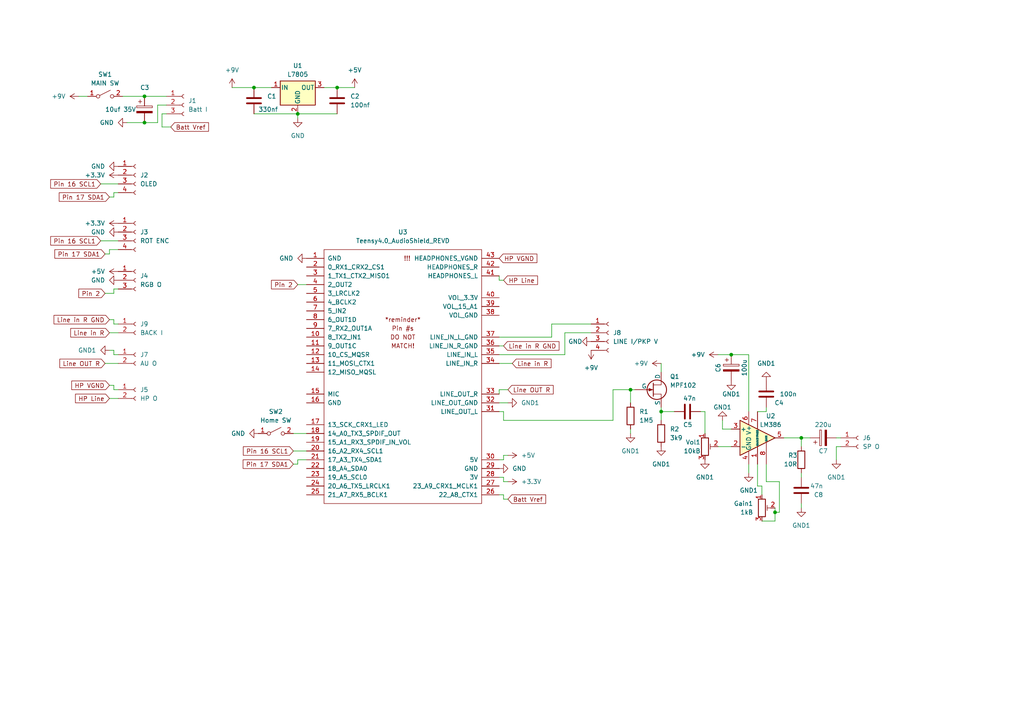
<source format=kicad_sch>
(kicad_sch (version 20230121) (generator eeschema)
  (paper "A4")
  (title_block (title "AFPI Device V1.1") (date "2024-08-05"))
  (lib_symbols
    (symbol "AFPI_Device:Teensy4.0_AudioShield_REVD" (pin_names (offset 1.016))
      (property "Reference" "U" (at 0 39.37 0))
      (property "Value" "Teensy4.0_AudioShield_REVD" (at 0 -39.37 0))
      (symbol "Teensy4.0_AudioShield_REVD_0_0"
        (text "!!!" (at 1.27 34.29 0) (effects (font (size 1.27 1.27))))
        (text "*reminder*" (at 0 16.51 0) (effects (font (size 1.27 1.27))))
        (text "DO NOT" (at 0 11.43 0) (effects (font (size 1.27 1.27))))
        (text "MATCH!" (at 0 8.89 0) (effects (font (size 1.27 1.27))))
        (text "Pin #s" (at 0 13.97 0) (effects (font (size 1.27 1.27))))
        (pin bidirectional line (at -27.94 11.43 0) (length 5.08) (name "8_TX2_IN1") (number "10"))
        (pin bidirectional line (at -27.94 8.89 0) (length 5.08) (name "9_OUT1C") (number "11"))
        (pin bidirectional line (at -27.94 6.35 0) (length 5.08) (name "10_CS_MQSR") (number "12"))
        (pin bidirectional line (at -27.94 3.81 0) (length 5.08) (name "11_MOSI_CTX1") (number "13"))
        (pin bidirectional line (at -27.94 1.27 0) (length 5.08) (name "12_MISO_MQSL") (number "14"))
        (pin bidirectional line (at -27.94 -5.08 0) (length 5.08) (name "MIC") (number "15"))
        (pin power_in line (at -27.94 -7.62 0) (length 5.08) (name "GND") (number "16"))
        (pin bidirectional line (at -27.94 -13.97 0) (length 5.08) (name "13_SCK_CRX1_LED") (number "17"))
        (pin bidirectional line (at -27.94 -16.51 0) (length 5.08) (name "14_A0_TX3_SPDIF_OUT") (number "18"))
        (pin bidirectional line (at -27.94 -19.05 0) (length 5.08) (name "15_A1_RX3_SPDIF_IN_VOL") (number "19"))
        (pin bidirectional line (at -27.94 -21.59 0) (length 5.08) (name "16_A2_RX4_SCL1") (number "20"))
        (pin bidirectional line (at -27.94 -24.13 0) (length 5.08) (name "17_A3_TX4_SDA1") (number "21"))
        (pin bidirectional line (at -27.94 -26.67 0) (length 5.08) (name "18_A4_SDA0") (number "22"))
        (pin bidirectional line (at -27.94 -29.21 0) (length 5.08) (name "19_A5_SCL0") (number "23"))
        (pin bidirectional line (at -27.94 -31.75 0) (length 5.08) (name "20_A6_TX5_LRCLK1") (number "24"))
        (pin bidirectional line (at -27.94 -34.29 0) (length 5.08) (name "21_A7_RX5_BCLK1") (number "25"))
        (pin bidirectional line (at 27.94 -34.29 180) (length 5.08) (name "22_A8_CTX1") (number "26"))
        (pin bidirectional line (at 27.94 -31.75 180) (length 5.08) (name "23_A9_CRX1_MCLK1") (number "27"))
        (pin power_out line (at 27.94 -29.21 180) (length 5.08) (name "3V") (number "28"))
        (pin power_in line (at 27.94 -26.67 180) (length 5.08) (name "GND") (number "29"))
        (pin power_out line (at 27.94 -24.13 180) (length 5.08) (name "5V") (number "30"))
        (pin bidirectional line (at 27.94 -10.16 180) (length 5.08) (name "LINE_OUT_L") (number "31"))
        (pin power_in line (at 27.94 -7.62 180) (length 5.08) (name "LINE_OUT_GND") (number "32"))
        (pin bidirectional line (at 27.94 -5.08 180) (length 5.08) (name "LINE_OUT_R") (number "33"))
        (pin bidirectional line (at 27.94 3.81 180) (length 5.08) (name "LINE_IN_R") (number "34"))
        (pin bidirectional line (at 27.94 6.35 180) (length 5.08) (name "LINE_IN_L") (number "35"))
        (pin power_in line (at 27.94 8.89 180) (length 5.08) (name "LINE_IN_R_GND") (number "36"))
        (pin power_in line (at 27.94 11.43 180) (length 5.08) (name "LINE_IN_L_GND") (number "37"))
        (pin bidirectional line (at 27.94 17.78 180) (length 5.08) (name "VOL_GND") (number "38"))
        (pin bidirectional line (at 27.94 20.32 180) (length 5.08) (name "VOL_15_A1") (number "39"))
        (pin bidirectional line (at 27.94 22.86 180) (length 5.08) (name "VOL_3.3V") (number "40"))
        (pin bidirectional line (at 27.94 29.21 180) (length 5.08) (name "HEADPHONES_L") (number "41"))
        (pin bidirectional line (at 27.94 31.75 180) (length 5.08) (name "HEADPHONES_R") (number "42"))
        (pin power_in line (at 27.94 34.29 180) (length 5.08) (name "HEADPHONES_VGND") (number "43"))
        (pin bidirectional line (at -27.94 24.13 0) (length 5.08) (name "3_LRCLK2") (number "5"))
        (pin bidirectional line (at -27.94 21.59 0) (length 5.08) (name "4_BCLK2") (number "6"))
        (pin bidirectional line (at -27.94 19.05 0) (length 5.08) (name "5_IN2") (number "7"))
        (pin bidirectional line (at -27.94 16.51 0) (length 5.08) (name "6_OUT1D") (number "8"))
        (pin bidirectional line (at -27.94 13.97 0) (length 5.08) (name "7_RX2_OUT1A") (number "9"))
      )
      (symbol "Teensy4.0_AudioShield_REVD_0_1"
        (rectangle (start -22.86 36.83) (end 22.86 -36.83))
        (rectangle (start -20.32 -31.75) (end -20.32 -31.75))
      )
      (symbol "Teensy4.0_AudioShield_REVD_1_1"
        (pin power_in line (at -27.94 34.29 0) (length 5.08) (name "GND") (number "1"))
        (pin bidirectional line (at -27.94 31.75 0) (length 5.08) (name "0_RX1_CRX2_CS1") (number "2"))
        (pin bidirectional line (at -27.94 29.21 0) (length 5.08) (name "1_TX1_CTX2_MISO1") (number "3"))
        (pin bidirectional line (at -27.94 26.67 0) (length 5.08) (name "2_OUT2") (number "4"))
      )
    )
    (symbol "Amplifier_Audio:LM386" (pin_names (offset 0.127))
      (property "Reference" "U" (at 1.27 7.62 0))
      (property "Value" "LM386" (at 1.27 5.08 0))
      (symbol "LM386_0_1"
        (polyline (pts (xy 5.08 0) (xy -5.08 5.08) (xy -5.08 -5.08) (xy 5.08 0)) (stroke (width 0.254)) (fill (type background)))
      )
      (symbol "LM386_1_1"
        (pin input line (at 0 -7.62 90) (length 5.08) (name "GAIN") (number "1"))
        (pin input line (at -7.62 -2.54 0) (length 2.54) (name "-") (number "2"))
        (pin input line (at -7.62 2.54 0) (length 2.54) (name "+") (number "3"))
        (pin power_in line (at -2.54 -7.62 90) (length 3.81) (name "GND") (number "4"))
        (pin output line (at 7.62 0 180) (length 2.54) (name "~") (number "5"))
        (pin power_in line (at -2.54 7.62 270) (length 3.81) (name "V+") (number "6"))
        (pin input line (at 0 7.62 270) (length 5.08) (name "BYPASS") (number "7"))
        (pin input line (at 2.54 -7.62 90) (length 6.35) (name "GAIN") (number "8"))
      )
    )
    (symbol "Connector:Conn_01x02_Socket" (pin_names (offset 1.016) hide)
      (property "Reference" "J" (at 0 2.54 0))
      (property "Value" "Conn_01x02_Socket" (at 0 -5.08 0))
      (symbol "Conn_01x02_Socket_1_1"
        (arc (start 0 -2.032) (mid -0.5058 -2.54) (end 0 -3.048) (stroke (width 0.1524)))
        (polyline (pts (xy -1.27 -2.54) (xy -0.508 -2.54)) (stroke (width 0.1524)))
        (polyline (pts (xy -1.27 0) (xy -0.508 0)) (stroke (width 0.1524)))
        (arc (start 0 0.508) (mid -0.5058 0) (end 0 -0.508) (stroke (width 0.1524)))
        (pin passive line (at -5.08 0 0) (length 3.81) (name "Pin_1") (number "1"))
        (pin passive line (at -5.08 -2.54 0) (length 3.81) (name "Pin_2") (number "2"))
      )
    )
    (symbol "Connector:Conn_01x03_Socket" (pin_names (offset 1.016) hide)
      (property "Reference" "J" (at 0 5.08 0))
      (property "Value" "Conn_01x03_Socket" (at 0 -5.08 0))
      (symbol "Conn_01x03_Socket_1_1"
        (arc (start 0 -2.032) (mid -0.5058 -2.54) (end 0 -3.048) (stroke (width 0.1524)))
        (polyline (pts (xy -1.27 -2.54) (xy -0.508 -2.54)) (stroke (width 0.1524)))
        (polyline (pts (xy -1.27 0) (xy -0.508 0)) (stroke (width 0.1524)))
        (polyline (pts (xy -1.27 2.54) (xy -0.508 2.54)) (stroke (width 0.1524)))
        (arc (start 0 0.508) (mid -0.5058 0) (end 0 -0.508) (stroke (width 0.1524)))
        (arc (start 0 3.048) (mid -0.5058 2.54) (end 0 2.032) (stroke (width 0.1524)))
        (pin passive line (at -5.08 2.54 0) (length 3.81) (name "Pin_1") (number "1"))
        (pin passive line (at -5.08 0 0) (length 3.81) (name "Pin_2") (number "2"))
        (pin passive line (at -5.08 -2.54 0) (length 3.81) (name "Pin_3") (number "3"))
      )
    )
    (symbol "Connector:Conn_01x04_Socket" (pin_names (offset 1.016) hide)
      (property "Reference" "J" (at 0 5.08 0))
      (property "Value" "Conn_01x04_Socket" (at 0 -7.62 0))
      (symbol "Conn_01x04_Socket_1_1"
        (arc (start 0 -4.572) (mid -0.5058 -5.08) (end 0 -5.588) (stroke (width 0.1524)))
        (arc (start 0 -2.032) (mid -0.5058 -2.54) (end 0 -3.048) (stroke (width 0.1524)))
        (polyline (pts (xy -1.27 -5.08) (xy -0.508 -5.08)) (stroke (width 0.1524)))
        (polyline (pts (xy -1.27 -2.54) (xy -0.508 -2.54)) (stroke (width 0.1524)))
        (polyline (pts (xy -1.27 0) (xy -0.508 0)) (stroke (width 0.1524)))
        (polyline (pts (xy -1.27 2.54) (xy -0.508 2.54)) (stroke (width 0.1524)))
        (arc (start 0 0.508) (mid -0.5058 0) (end 0 -0.508) (stroke (width 0.1524)))
        (arc (start 0 3.048) (mid -0.5058 2.54) (end 0 2.032) (stroke (width 0.1524)))
        (pin passive line (at -5.08 2.54 0) (length 3.81) (name "Pin_1") (number "1"))
        (pin passive line (at -5.08 0 0) (length 3.81) (name "Pin_2") (number "2"))
        (pin passive line (at -5.08 -2.54 0) (length 3.81) (name "Pin_3") (number "3"))
        (pin passive line (at -5.08 -5.08 0) (length 3.81) (name "Pin_4") (number "4"))
      )
    )
    (symbol "Device:C" (pin_numbers hide) (pin_names (offset 0.254))
      (property "Reference" "C" (at 0.635 2.54 0))
      (property "Value" "C" (at 0.635 -2.54 0))
      (symbol "C_0_1"
        (polyline (pts (xy -2.032 -0.762) (xy 2.032 -0.762)) (stroke (width 0.508)))
        (polyline (pts (xy -2.032 0.762) (xy 2.032 0.762)) (stroke (width 0.508)))
      )
      (symbol "C_1_1"
        (pin passive line (at 0 3.81 270) (length 2.794) (name "~") (number "1"))
        (pin passive line (at 0 -3.81 90) (length 2.794) (name "~") (number "2"))
      )
    )
    (symbol "Device:C_Polarized" (pin_numbers hide) (pin_names (offset 0.254))
      (property "Reference" "C" (at 0.635 2.54 0))
      (property "Value" "C_Polarized" (at 0.635 -2.54 0))
      (symbol "C_Polarized_0_1"
        (rectangle (start -2.286 0.508) (end 2.286 1.016))
        (polyline (pts (xy -1.778 2.286) (xy -0.762 2.286)))
        (polyline (pts (xy -1.27 2.794) (xy -1.27 1.778)))
        (rectangle (start 2.286 -0.508) (end -2.286 -1.016) (fill (type outline)))
      )
      (symbol "C_Polarized_1_1"
        (pin passive line (at 0 3.81 270) (length 2.794) (name "~") (number "1"))
        (pin passive line (at 0 -3.81 90) (length 2.794) (name "~") (number "2"))
      )
    )
    (symbol "Device:R" (pin_numbers hide) (pin_names (offset 0))
      (property "Reference" "R" (at 2.032 0 90))
      (property "Value" "R" (at 0 0 90))
      (symbol "R_0_1"
        (rectangle (start -1.016 -2.54) (end 1.016 2.54) (stroke (width 0.254)))
      )
      (symbol "R_1_1"
        (pin passive line (at 0 3.81 270) (length 1.27) (name "~") (number "1"))
        (pin passive line (at 0 -3.81 90) (length 1.27) (name "~") (number "2"))
      )
    )
    (symbol "Device:R_Potentiometer_Trim" (pin_names (offset 1.016) hide)
      (property "Reference" "RV" (at -4.445 0 90))
      (property "Value" "R_Potentiometer_Trim" (at -2.54 0 90))
      (symbol "R_Potentiometer_Trim_0_1"
        (polyline (pts (xy 1.524 0.762) (xy 1.524 -0.762)))
        (polyline (pts (xy 2.54 0) (xy 1.524 0)))
        (rectangle (start 1.016 2.54) (end -1.016 -2.54) (stroke (width 0.254)))
      )
      (symbol "R_Potentiometer_Trim_1_1"
        (pin passive line (at 0 3.81 270) (length 1.27) (name "1") (number "1"))
        (pin passive line (at 3.81 0 180) (length 1.27) (name "2") (number "2"))
        (pin passive line (at 0 -3.81 90) (length 1.27) (name "3") (number "3"))
      )
    )
    (symbol "Regulator_Linear:L7805" (pin_names (offset 0.254))
      (property "Reference" "U" (at -3.81 3.175 0))
      (property "Value" "L7805" (at 0 3.175 0))
      (symbol "L7805_0_1"
        (rectangle (start -5.08 1.905) (end 5.08 -5.08) (stroke (width 0.254)) (fill (type background)))
      )
      (symbol "L7805_1_1"
        (pin power_in line (at -7.62 0 0) (length 2.54) (name "IN") (number "1"))
        (pin power_in line (at 0 -7.62 90) (length 2.54) (name "GND") (number "2"))
        (pin power_out line (at 7.62 0 180) (length 2.54) (name "OUT") (number "3"))
      )
    )
    (symbol "Simulation_SPICE:NJFET" (pin_numbers hide) (pin_names (offset 0))
      (property "Reference" "Q" (at 5.08 1.27 0))
      (property "Value" "NJFET" (at 5.08 -1.27 0))
      (symbol "NJFET_0_1"
        (polyline (pts (xy 0.254 1.905) (xy 0.254 -1.905) (xy 0.254 -1.905)) (stroke (width 0.254)))
        (polyline (pts (xy 2.54 -2.54) (xy 2.54 -1.27) (xy 0.254 -1.27)))
        (polyline (pts (xy 2.54 2.54) (xy 2.54 1.397) (xy 0.254 1.397)))
        (polyline (pts (xy 0 0) (xy -1.016 0.381) (xy -1.016 -0.381) (xy 0 0)) (fill (type outline)))
        (circle (center 1.27 0) (radius 2.8194) (stroke (width 0.254)))
      )
      (symbol "NJFET_1_1"
        (pin passive line (at 2.54 5.08 270) (length 2.54) (name "D") (number "1"))
        (pin input line (at -5.08 0 0) (length 5.334) (name "G") (number "2"))
        (pin passive line (at 2.54 -5.08 90) (length 2.54) (name "S") (number "3"))
      )
    )
    (symbol "Switch:SW_SPST" (pin_names (offset 0) hide)
      (property "Reference" "SW" (at 0 3.175 0))
      (property "Value" "SW_SPST" (at 0 -2.54 0))
      (symbol "SW_SPST_0_0"
        (circle (center -2.032 0) (radius 0.508))
        (polyline (pts (xy -1.524 0.254) (xy 1.524 1.778)))
        (circle (center 2.032 0) (radius 0.508))
      )
      (symbol "SW_SPST_1_1"
        (pin passive line (at -5.08 0 0) (length 2.54) (name "A") (number "1"))
        (pin passive line (at 5.08 0 180) (length 2.54) (name "B") (number "2"))
      )
    )
    (symbol "power:+3.3V" (power) (pin_names (offset 0))
      (property "Value" "+3.3V" (at 0 3.556 0))
      (symbol "+3.3V_0_1"
        (polyline (pts (xy -0.762 1.27) (xy 0 2.54)))
        (polyline (pts (xy 0 0) (xy 0 2.54)))
        (polyline (pts (xy 0 2.54) (xy 0.762 1.27)))
      )
      (symbol "+3.3V_1_1"
        (pin power_in line (at 0 0 90) (length 0) hide (name "+3.3V") (number "1"))
      )
    )
    (symbol "power:+5V" (power) (pin_names (offset 0))
      (property "Value" "+5V" (at 0 3.556 0))
      (symbol "+5V_0_1"
        (polyline (pts (xy -0.762 1.27) (xy 0 2.54)))
        (polyline (pts (xy 0 0) (xy 0 2.54)))
        (polyline (pts (xy 0 2.54) (xy 0.762 1.27)))
      )
      (symbol "+5V_1_1"
        (pin power_in line (at 0 0 90) (length 0) hide (name "+5V") (number "1"))
      )
    )
    (symbol "power:+9V" (power) (pin_names (offset 0))
      (property "Value" "+9V" (at 0 3.556 0))
      (symbol "+9V_0_1"
        (polyline (pts (xy -0.762 1.27) (xy 0 2.54)))
        (polyline (pts (xy 0 0) (xy 0 2.54)))
        (polyline (pts (xy 0 2.54) (xy 0.762 1.27)))
      )
      (symbol "+9V_1_1"
        (pin power_in line (at 0 0 90) (length 0) hide (name "+9V") (number "1"))
      )
    )
    (symbol "power:GND" (power) (pin_names (offset 0))
      (property "Value" "GND" (at 0 -3.81 0))
      (symbol "GND_0_1"
        (polyline (pts (xy 0 0) (xy 0 -1.27) (xy 1.27 -1.27) (xy 0 -2.54) (xy -1.27 -1.27) (xy 0 -1.27)))
      )
      (symbol "GND_1_1"
        (pin power_in line (at 0 0 270) (length 0) hide (name "GND") (number "1"))
      )
    )
    (symbol "power:GND1" (power) (pin_names (offset 0))
      (property "Value" "GND1" (at 0 -3.81 0))
      (symbol "GND1_0_1"
        (polyline (pts (xy 0 0) (xy 0 -1.27) (xy 1.27 -1.27) (xy 0 -2.54) (xy -1.27 -1.27) (xy 0 -1.27)))
      )
      (symbol "GND1_1_1"
        (pin power_in line (at 0 0 270) (length 0) hide (name "GND1") (number "1"))
      )
    )
  )
  (junction (at 41.91 27.94))
  (junction (at 232.41 127))
  (junction (at 86.36 33.02))
  (junction (at 212.09 102.87))
  (junction (at 224.79 148.59))
  (junction (at 182.88 113.03))
  (junction (at 191.77 119.38))
  (junction (at 97.79 25.4))
  (junction (at 41.91 35.56))
  (junction (at 73.66 25.4))
  (wire (pts (xy 31.75 111.76) (xy 33.02 111.76)))
  (wire (pts (xy 146.05 138.43) (xy 144.78 138.43)))
  (wire (pts (xy 73.66 33.02) (xy 86.36 33.02)))
  (wire (pts (xy 146.05 119.38) (xy 144.78 119.38)))
  (wire (pts (xy 208.28 129.54) (xy 212.09 129.54)))
  (wire (pts (xy 232.41 129.54) (xy 232.41 127)))
  (wire (pts (xy 191.77 105.41) (xy 191.77 107.95)))
  (wire (pts (xy 217.17 119.38) (xy 217.17 102.87)))
  (wire (pts (xy 30.48 85.09) (xy 33.02 85.09)))
  (wire (pts (xy 45.72 30.48) (xy 48.26 30.48)))
  (wire (pts (xy 144.78 80.01) (xy 144.78 81.28)))
  (wire (pts (xy 33.02 85.09) (xy 33.02 83.82)))
  (wire (pts (xy 146.05 100.33) (xy 144.78 100.33)))
  (wire (pts (xy 203.2 119.38) (xy 204.47 119.38)))
  (wire (pts (xy 41.91 27.94) (xy 48.26 27.94)))
  (wire (pts (xy 144.78 102.87) (xy 163.83 102.87)))
  (wire (pts (xy 85.09 134.62) (xy 86.36 134.62)))
  (wire (pts (xy 204.47 119.38) (xy 204.47 125.73)))
  (wire (pts (xy 86.36 34.29) (xy 86.36 33.02)))
  (wire (pts (xy 220.98 140.97) (xy 220.98 143.51)))
  (wire (pts (xy 224.79 148.59) (xy 226.06 148.59)))
  (wire (pts (xy 232.41 127) (xy 227.33 127)))
  (wire (pts (xy 226.06 148.59) (xy 226.06 139.7)))
  (wire (pts (xy 209.55 121.92) (xy 209.55 124.46)))
  (wire (pts (xy 22.86 27.94) (xy 25.4 27.94)))
  (wire (pts (xy 219.71 119.38) (xy 222.25 119.38)))
  (wire (pts (xy 67.31 25.4) (xy 73.66 25.4)))
  (wire (pts (xy 86.36 82.55) (xy 88.9 82.55)))
  (wire (pts (xy 86.36 134.62) (xy 86.36 133.35)))
  (wire (pts (xy 208.28 102.87) (xy 212.09 102.87)))
  (wire (pts (xy 29.21 69.85) (xy 34.29 69.85)))
  (wire (pts (xy 146.05 139.7) (xy 146.05 138.43)))
  (wire (pts (xy 33.02 55.88) (xy 33.02 57.15)))
  (wire (pts (xy 212.09 102.87) (xy 217.17 102.87)))
  (wire (pts (xy 160.02 93.98) (xy 160.02 97.79)))
  (wire (pts (xy 33.02 83.82) (xy 34.29 83.82)))
  (wire (pts (xy 86.36 33.02) (xy 97.79 33.02)))
  (wire (pts (xy 30.48 105.41) (xy 34.29 105.41)))
  (wire (pts (xy 86.36 133.35) (xy 88.9 133.35)))
  (wire (pts (xy 177.8 121.92) (xy 177.8 113.03)))
  (wire (pts (xy 222.25 139.7) (xy 222.25 134.62)))
  (wire (pts (xy 147.32 132.08) (xy 146.05 132.08)))
  (wire (pts (xy 33.02 93.98) (xy 34.29 93.98)))
  (wire (pts (xy 191.77 119.38) (xy 191.77 121.92)))
  (wire (pts (xy 146.05 144.78) (xy 146.05 143.51)))
  (wire (pts (xy 45.72 35.56) (xy 45.72 30.48)))
  (wire (pts (xy 31.75 96.52) (xy 34.29 96.52)))
  (wire (pts (xy 93.98 25.4) (xy 97.79 25.4)))
  (wire (pts (xy 232.41 146.05) (xy 232.41 147.32)))
  (wire (pts (xy 146.05 81.28) (xy 144.78 81.28)))
  (wire (pts (xy 33.02 113.03) (xy 34.29 113.03)))
  (wire (pts (xy 177.8 113.03) (xy 182.88 113.03)))
  (wire (pts (xy 163.83 96.52) (xy 171.45 96.52)))
  (wire (pts (xy 243.84 129.54) (xy 242.57 129.54)))
  (wire (pts (xy 219.71 134.62) (xy 219.71 140.97)))
  (wire (pts (xy 147.32 144.78) (xy 146.05 144.78)))
  (wire (pts (xy 144.78 113.03) (xy 144.78 114.3)))
  (wire (pts (xy 146.05 121.92) (xy 177.8 121.92)))
  (wire (pts (xy 35.56 27.94) (xy 41.91 27.94)))
  (wire (pts (xy 30.48 73.66) (xy 31.75 73.66)))
  (wire (pts (xy 73.66 25.4) (xy 78.74 25.4)))
  (wire (pts (xy 220.98 151.13) (xy 224.79 151.13)))
  (wire (pts (xy 184.15 113.03) (xy 182.88 113.03)))
  (wire (pts (xy 144.78 143.51) (xy 146.05 143.51)))
  (wire (pts (xy 33.02 102.87) (xy 34.29 102.87)))
  (wire (pts (xy 222.25 119.38) (xy 222.25 118.11)))
  (wire (pts (xy 48.26 33.02) (xy 46.99 33.02)))
  (wire (pts (xy 144.78 97.79) (xy 160.02 97.79)))
  (wire (pts (xy 144.78 105.41) (xy 148.59 105.41)))
  (wire (pts (xy 224.79 151.13) (xy 224.79 148.59)))
  (wire (pts (xy 182.88 113.03) (xy 182.88 116.84)))
  (wire (pts (xy 146.05 121.92) (xy 146.05 119.38)))
  (wire (pts (xy 85.09 130.81) (xy 88.9 130.81)))
  (wire (pts (xy 144.78 116.84) (xy 147.32 116.84)))
  (wire (pts (xy 226.06 139.7) (xy 222.25 139.7)))
  (wire (pts (xy 147.32 113.03) (xy 144.78 113.03)))
  (wire (pts (xy 41.91 35.56) (xy 45.72 35.56)))
  (wire (pts (xy 219.71 140.97) (xy 220.98 140.97)))
  (wire (pts (xy 191.77 119.38) (xy 195.58 119.38)))
  (wire (pts (xy 97.79 25.4) (xy 102.87 25.4)))
  (wire (pts (xy 217.17 134.62) (xy 217.17 137.16)))
  (wire (pts (xy 242.57 129.54) (xy 242.57 133.35)))
  (wire (pts (xy 232.41 137.16) (xy 232.41 138.43)))
  (wire (pts (xy 242.57 127) (xy 243.84 127)))
  (wire (pts (xy 182.88 124.46) (xy 182.88 125.73)))
  (wire (pts (xy 33.02 57.15) (xy 31.75 57.15)))
  (wire (pts (xy 212.09 124.46) (xy 209.55 124.46)))
  (wire (pts (xy 46.99 33.02) (xy 46.99 36.83)))
  (wire (pts (xy 31.75 115.57) (xy 34.29 115.57)))
  (wire (pts (xy 31.75 101.6) (xy 33.02 101.6)))
  (wire (pts (xy 34.29 55.88) (xy 33.02 55.88)))
  (wire (pts (xy 31.75 92.71) (xy 33.02 92.71)))
  (wire (pts (xy 171.45 93.98) (xy 160.02 93.98)))
  (wire (pts (xy 146.05 132.08) (xy 146.05 133.35)))
  (wire (pts (xy 33.02 92.71) (xy 33.02 93.98)))
  (wire (pts (xy 163.83 96.52) (xy 163.83 102.87)))
  (wire (pts (xy 36.83 35.56) (xy 41.91 35.56)))
  (wire (pts (xy 29.21 53.34) (xy 34.29 53.34)))
  (wire (pts (xy 46.99 36.83) (xy 49.53 36.83)))
  (wire (pts (xy 147.32 139.7) (xy 146.05 139.7)))
  (wire (pts (xy 146.05 133.35) (xy 144.78 133.35)))
  (wire (pts (xy 31.75 72.39) (xy 34.29 72.39)))
  (wire (pts (xy 31.75 73.66) (xy 31.75 72.39)))
  (wire (pts (xy 224.79 148.59) (xy 224.79 147.32)))
  (wire (pts (xy 191.77 118.11) (xy 191.77 119.38)))
  (wire (pts (xy 33.02 101.6) (xy 33.02 102.87)))
  (wire (pts (xy 232.41 127) (xy 234.95 127)))
  (wire (pts (xy 33.02 111.76) (xy 33.02 113.03)))
  (wire (pts (xy 85.09 125.73) (xy 88.9 125.73)))
  (global_label "Pin 16 SCL1" (shape input) (at 29.21 53.34 180) (property "Intersheetrefs" "${INTERSHEET_REFS}" (effects hide)))
  (global_label "HP VGND" (shape input) (at 144.78 74.93 0) (property "Intersheetrefs" "${INTERSHEET_REFS}" (effects hide)))
  (global_label "Batt Vref" (shape input) (at 49.53 36.83 0) (property "Intersheetrefs" "${INTERSHEET_REFS}" (effects hide)))
  (global_label "Line in R GND" (shape input) (at 146.05 100.33 0) (property "Intersheetrefs" "${INTERSHEET_REFS}" (effects hide)))
  (global_label "Pin 17 SDA1" (shape input) (at 30.48 73.66 180) (property "Intersheetrefs" "${INTERSHEET_REFS}" (effects hide)))
  (global_label "Line OUT R" (shape input) (at 147.32 113.03 0) (property "Intersheetrefs" "${INTERSHEET_REFS}" (effects hide)))
  (global_label "Pin 17 SDA1" (shape input) (at 31.75 57.15 180) (property "Intersheetrefs" "${INTERSHEET_REFS}" (effects hide)))
  (global_label "HP VGND" (shape input) (at 31.75 111.76 180) (property "Intersheetrefs" "${INTERSHEET_REFS}" (effects hide)))
  (global_label "Line in R" (shape input) (at 31.75 96.52 180) (property "Intersheetrefs" "${INTERSHEET_REFS}" (effects hide)))
  (global_label "Pin 16 SCL1" (shape input) (at 85.09 130.81 180) (property "Intersheetrefs" "${INTERSHEET_REFS}" (effects hide)))
  (global_label "Pin 17 SDA1" (shape input) (at 85.09 134.62 180) (property "Intersheetrefs" "${INTERSHEET_REFS}" (effects hide)))
  (global_label "HP Line" (shape input) (at 31.75 115.57 180) (property "Intersheetrefs" "${INTERSHEET_REFS}" (effects hide)))
  (global_label "Batt Vref" (shape input) (at 147.32 144.78 0) (property "Intersheetrefs" "${INTERSHEET_REFS}" (effects hide)))
  (global_label "Line in R GND" (shape input) (at 31.75 92.71 180) (property "Intersheetrefs" "${INTERSHEET_REFS}" (effects hide)))
  (global_label "Line in R" (shape input) (at 148.59 105.41 0) (property "Intersheetrefs" "${INTERSHEET_REFS}" (effects hide)))
  (global_label "Pin 2" (shape input) (at 86.36 82.55 180) (property "Intersheetrefs" "${INTERSHEET_REFS}" (effects hide)))
  (global_label "HP Line" (shape input) (at 146.05 81.28 0) (property "Intersheetrefs" "${INTERSHEET_REFS}" (effects hide)))
  (global_label "Pin 2" (shape input) (at 30.48 85.09 180) (property "Intersheetrefs" "${INTERSHEET_REFS}" (effects hide)))
  (global_label "Line OUT R" (shape input) (at 30.48 105.41 180) (property "Intersheetrefs" "${INTERSHEET_REFS}" (effects hide)))
  (global_label "Pin 16 SCL1" (shape input) (at 29.21 69.85 180) (property "Intersheetrefs" "${INTERSHEET_REFS}" (effects hide)))
  (symbol (lib_id "Regulator_Linear:L7805") (at 86.36 25.4 0) (unit 1)
    (property "Reference" "U1" (at 86.36 19.05 0))
    (property "Value" "L7805" (at 86.36 21.59 0))
    (property "Footprint" "Package_TO_SOT_SMD:SOT-223" (effects hide))
    (property "Datasheet" "http://www.st.com/content/ccc/resource/technical/document/datasheet/41/4f/b3/b0/12/d4/47/88/CD00000444.pdf/files/CD00000444.pdf/jcr:content/translations/en.CD00000444.pdf" (effects hide))
  )
  (symbol (lib_id "Device:C") (at 199.39 119.38 270) (unit 1)
    (property "Reference" "C5" (at 198.12 123.19 90) (effects (justify left)))
    (property "Value" "47n" (at 198.12 115.57 90) (effects (justify left)))
    (property "Footprint" "Capacitor_SMD:C_1206_3216Metric" (effects hide))
  )
  (symbol (lib_id "Connector:Conn_01x02_Socket") (at 248.92 127 0) (unit 1)
    (property "Reference" "J6" (at 250.19 127 0) (effects (justify left)))
    (property "Value" "SP O" (at 250.19 129.54 0) (effects (justify left)))
    (property "Footprint" "AFPI Device Library:JST 1.25mm THT 01x02" (effects hide))
  )
  (symbol (lib_id "Amplifier_Audio:LM386") (at 219.71 127 0) (unit 1)
    (property "Reference" "U2" (at 223.52 120.65 0))
    (property "Value" "LM386" (at 223.52 123.19 0))
    (property "Footprint" "Package_DIP:DIP-8_W7.62mm" (effects hide))
    (property "Datasheet" "http://www.ti.com/lit/ds/symlink/lm386.pdf" (effects hide))
  )
  (symbol (lib_id "Device:C") (at 232.41 142.24 180) (unit 1)
    (property "Reference" "C8" (at 238.76 143.51 0) (effects (justify left)))
    (property "Value" "47n" (at 238.76 140.97 0) (effects (justify left)))
    (property "Footprint" "Capacitor_SMD:C_1206_3216Metric" (effects hide))
  )
  (symbol (lib_id "power:GND") (at 88.9 74.93 270) (unit 1)
    (property "Reference" "#PWR07" (effects hide))
    (property "Value" "GND" (at 85.09 74.93 90) (effects (justify right)))
  )
  (symbol (lib_id "power:GND1") (at 209.55 121.92 180) (unit 1)
    (property "Reference" "#PWR021" (effects hide))
    (property "Value" "GND1" (at 209.55 118.11 0))
  )
  (symbol (lib_id "Connector:Conn_01x04_Socket") (at 39.37 67.31 0) (unit 1)
    (property "Reference" "J3" (at 40.64 67.31 0) (effects (justify left)))
    (property "Value" "ROT ENC " (at 40.64 69.85 0) (effects (justify left)))
    (property "Footprint" "AFPI Device Library:JST 1.25mm THT 01x04" (effects hide))
  )
  (symbol (lib_id "power:GND1") (at 212.09 110.49 0) (unit 1)
    (property "Reference" "#PWR020" (effects hide))
    (property "Value" "GND1" (at 212.09 114.3 0))
  )
  (symbol (lib_id "power:GND1") (at 232.41 147.32 0) (unit 1)
    (property "Reference" "#PWR016" (effects hide))
    (property "Value" "GND1" (at 232.41 152.4 0))
  )
  (symbol (lib_id "Connector:Conn_01x03_Socket") (at 39.37 81.28 0) (unit 1)
    (property "Reference" "J4" (at 40.64 80.01 0) (effects (justify left)))
    (property "Value" "RGB O" (at 40.64 82.55 0) (effects (justify left)))
    (property "Footprint" "AFPI Device Library:JST 1.25mm THT 01x03" (effects hide))
  )
  (symbol (lib_id "power:GND") (at 34.29 67.31 270) (unit 1)
    (property "Reference" "#PWR08" (effects hide))
    (property "Value" "GND" (at 30.48 67.31 90) (effects (justify right)))
  )
  (symbol (lib_id "Simulation_SPICE:NJFET") (at 189.23 113.03 0) (unit 1)
    (property "Reference" "Q1" (at 194.31 109.22 0) (effects (justify left)))
    (property "Value" "MPF102" (at 194.31 111.76 0) (effects (justify left)))
    (property "Footprint" "Package_TO_SOT_THT:TO-92" (effects hide))
    (property "Sim.Device" "NJFET" (effects hide))
    (property "Sim.Type" "SHICHMANHODGES" (effects hide))
    (property "Sim.Pins" "1=D 2=G 3=S" (effects hide))
  )
  (symbol (lib_id "power:GND1") (at 242.57 133.35 0) (unit 1)
    (property "Reference" "#PWR017" (effects hide))
    (property "Value" "GND1" (at 242.57 138.43 0))
  )
  (symbol (lib_id "Device:R") (at 182.88 120.65 0) (unit 1)
    (property "Reference" "R1" (at 185.42 119.38 0) (effects (justify left)))
    (property "Value" "1M5" (at 185.42 121.92 0) (effects (justify left)))
    (property "Footprint" "Resistor_SMD:R_1206_3216Metric" (effects hide))
  )
  (symbol (lib_id "power:GND") (at 74.93 125.73 270) (unit 1)
    (property "Reference" "#PWR023" (effects hide))
    (property "Value" "GND" (at 71.12 125.73 90) (effects (justify right)))
  )
  (symbol (lib_id "Device:C") (at 97.79 29.21 0) (unit 1)
    (property "Reference" "C2" (at 101.6 27.94 0) (effects (justify left)))
    (property "Value" "100nf" (at 101.6 30.48 0) (effects (justify left)))
    (property "Footprint" "Capacitor_SMD:C_1206_3216Metric" (effects hide))
  )
  (symbol (lib_id "power:+3.3V") (at 34.29 64.77 90) (unit 1)
    (property "Reference" "#PWR028" (effects hide))
    (property "Value" "+3.3V" (at 30.48 64.77 90) (effects (justify left)))
  )
  (symbol (lib_id "power:GND") (at 36.83 35.56 270) (unit 1)
    (property "Reference" "#PWR01" (effects hide))
    (property "Value" "GND" (at 33.02 35.56 90) (effects (justify right)))
  )
  (symbol (lib_id "power:GND") (at 34.29 81.28 270) (unit 1)
    (property "Reference" "#PWR011" (effects hide))
    (property "Value" "GND" (at 30.48 81.28 90) (effects (justify right)))
  )
  (symbol (lib_id "Device:C") (at 222.25 114.3 180) (unit 1)
    (property "Reference" "C4" (at 227.33 116.84 0) (effects (justify left)))
    (property "Value" "100n" (at 231.14 114.3 0) (effects (justify left)))
    (property "Footprint" "Capacitor_SMD:C_1206_3216Metric" (effects hide))
  )
  (symbol (lib_id "power:+5V") (at 102.87 25.4 0) (unit 1)
    (property "Reference" "#PWR04" (effects hide))
    (property "Value" "+5V" (at 102.87 20.32 0))
  )
  (symbol (lib_id "power:GND1") (at 147.32 116.84 90) (unit 1)
    (property "Reference" "#PWR022" (effects hide))
    (property "Value" "GND1" (at 151.13 116.84 90) (effects (justify right)))
  )
  (symbol (lib_id "power:GND") (at 144.78 135.89 90) (unit 1)
    (property "Reference" "#PWR025" (effects hide))
    (property "Value" "GND" (at 148.59 135.89 90) (effects (justify right)))
  )
  (symbol (lib_id "AFPI_Device:Teensy4.0_AudioShield_REVD") (at 116.84 109.22 0) (unit 1)
    (property "Reference" "U3" (at 116.84 67.31 0))
    (property "Value" "Teensy4.0_AudioShield_REVD" (at 116.84 69.85 0))
    (property "Footprint" "AFPI Device Library:Teensy 4.0 audioshield" (effects hide))
  )
  (symbol (lib_id "power:+9V") (at 67.31 25.4 0) (unit 1)
    (property "Reference" "#PWR05" (effects hide))
    (property "Value" "+9V" (at 67.31 20.32 0))
  )
  (symbol (lib_id "Connector:Conn_01x02_Socket") (at 39.37 102.87 0) (unit 1)
    (property "Reference" "J7" (at 40.64 102.87 0) (effects (justify left)))
    (property "Value" "AU O" (at 40.64 105.41 0) (effects (justify left)))
    (property "Footprint" "AFPI Device Library:JST 1.25mm THT 01x02" (effects hide))
  )
  (symbol (lib_id "power:GND") (at 34.29 48.26 270) (unit 1)
    (property "Reference" "#PWR09" (effects hide))
    (property "Value" "GND" (at 30.48 48.26 90) (effects (justify right)))
  )
  (symbol (lib_id "Switch:SW_SPST") (at 30.48 27.94 0) (unit 1)
    (property "Reference" "SW1" (at 30.48 21.59 0))
    (property "Value" "MAIN SW" (at 30.48 24.13 0))
    (property "Footprint" "Connector_JST:JST_XH_B2B-XH-A_1x02_P2.50mm_Vertical" (effects hide))
  )
  (symbol (lib_id "power:GND") (at 86.36 34.29 0) (unit 1)
    (property "Reference" "#PWR03" (effects hide))
    (property "Value" "GND" (at 86.36 39.37 0))
  )
  (symbol (lib_id "Device:R_Potentiometer_Trim") (at 204.47 129.54 0) (unit 1)
    (property "Reference" "Vol1" (at 203.2 128.27 0) (effects (justify right)))
    (property "Value" "10kB" (at 203.2 130.81 0) (effects (justify right)))
    (property "Footprint" "Potentiometer_THT:Potentiometer_Piher_PT-6-V_Vertical" (effects hide))
  )
  (symbol (lib_id "Connector:Conn_01x04_Socket") (at 39.37 50.8 0) (unit 1)
    (property "Reference" "J2" (at 40.64 50.8 0) (effects (justify left)))
    (property "Value" "OLED" (at 40.64 53.34 0) (effects (justify left)))
    (property "Footprint" "AFPI Device Library:JST 1.25mm THT 01x04" (effects hide))
  )
  (symbol (lib_id "power:GND1") (at 217.17 137.16 0) (unit 1)
    (property "Reference" "#PWR015" (effects hide))
    (property "Value" "GND1" (at 217.17 142.24 0))
  )
  (symbol (lib_id "Connector:Conn_01x02_Socket") (at 39.37 93.98 0) (unit 1)
    (property "Reference" "J9" (at 40.64 93.98 0) (effects (justify left)))
    (property "Value" "BACK I" (at 40.64 96.52 0) (effects (justify left)))
    (property "Footprint" "AFPI Device Library:JST 1.25mm THT 01x02" (effects hide))
  )
  (symbol (lib_id "power:GND1") (at 204.47 133.35 0) (unit 1)
    (property "Reference" "#PWR014" (effects hide))
    (property "Value" "GND1" (at 204.47 138.43 0))
  )
  (symbol (lib_id "power:GND1") (at 191.77 129.54 0) (unit 1)
    (property "Reference" "#PWR013" (effects hide))
    (property "Value" "GND1" (at 191.77 134.62 0))
  )
  (symbol (lib_id "Device:C_Polarized") (at 212.09 106.68 0) (unit 1)
    (property "Reference" "C6" (at 208.28 106.68 90))
    (property "Value" "100u" (at 215.9 106.68 90))
    (property "Footprint" "Capacitor_SMD:CP_Elec_6.3x7.7" (effects hide))
  )
  (symbol (lib_id "power:+9V") (at 22.86 27.94 90) (unit 1)
    (property "Reference" "#PWR02" (effects hide))
    (property "Value" "+9V" (at 19.05 27.94 90) (effects (justify left)))
  )
  (symbol (lib_id "Device:C_Polarized") (at 238.76 127 90) (unit 1)
    (property "Reference" "C7" (at 238.76 130.81 90))
    (property "Value" "220u" (at 238.76 123.19 90))
    (property "Footprint" "Capacitor_SMD:CP_Elec_8x10.5" (effects hide))
  )
  (symbol (lib_id "power:+9V") (at 191.77 105.41 90) (unit 1)
    (property "Reference" "#PWR012" (effects hide))
    (property "Value" "+9V" (at 187.96 105.41 90) (effects (justify left)))
  )
  (symbol (lib_id "power:+3.3V") (at 147.32 139.7 270) (unit 1)
    (property "Reference" "#PWR027" (effects hide))
    (property "Value" "+3.3V" (at 151.13 139.7 90) (effects (justify left)))
  )
  (symbol (lib_id "Device:R_Potentiometer_Trim") (at 220.98 147.32 0) (unit 1)
    (property "Reference" "Gain1" (at 218.44 146.05 0) (effects (justify right)))
    (property "Value" "1kB" (at 218.44 148.59 0) (effects (justify right)))
    (property "Footprint" "Potentiometer_THT:Potentiometer_Piher_PT-6-V_Vertical" (effects hide))
  )
  (symbol (lib_id "Device:C_Polarized") (at 41.91 31.75 0) (unit 1)
    (property "Reference" "C3" (at 40.64 25.4 0) (effects (justify left)))
    (property "Value" "10uf 35V" (at 30.48 31.75 0) (effects (justify left)))
    (property "Footprint" "Capacitor_SMD:CP_Elec_5x5.4" (effects hide))
  )
  (symbol (lib_id "power:+9V") (at 171.45 101.6 180) (unit 1)
    (property "Reference" "#PWR031" (effects hide))
    (property "Value" "+9V" (at 171.45 106.68 0))
  )
  (symbol (lib_id "power:GND") (at 171.45 99.06 270) (unit 1)
    (property "Reference" "#PWR030" (effects hide))
    (property "Value" "GND" (at 168.91 99.06 90) (effects (justify right)))
  )
  (symbol (lib_id "Connector:Conn_01x04_Socket") (at 176.53 96.52 0) (unit 1)
    (property "Reference" "J8" (at 177.8 96.52 0) (effects (justify left)))
    (property "Value" "LINE I/PKP V" (at 177.8 99.06 0) (effects (justify left)))
    (property "Footprint" "AFPI Device Library:JST 1.25mm THT 01x04" (effects hide))
  )
  (symbol (lib_id "power:+5V") (at 147.32 132.08 270) (unit 1)
    (property "Reference" "#PWR026" (effects hide))
    (property "Value" "+5V" (at 151.13 132.08 90) (effects (justify left)))
  )
  (symbol (lib_id "power:GND1") (at 182.88 125.73 0) (unit 1)
    (property "Reference" "#PWR024" (effects hide))
    (property "Value" "GND1" (at 182.88 130.81 0))
  )
  (symbol (lib_id "Connector:Conn_01x02_Socket") (at 39.37 113.03 0) (unit 1)
    (property "Reference" "J5" (at 40.64 113.03 0) (effects (justify left)))
    (property "Value" "HP O" (at 40.64 115.57 0) (effects (justify left)))
    (property "Footprint" "AFPI Device Library:JST 1.25mm THT 01x02" (effects hide))
  )
  (symbol (lib_id "Device:R") (at 232.41 133.35 0) (unit 1)
    (property "Reference" "R3" (at 228.6 132.08 0) (effects (justify left)))
    (property "Value" "10R" (at 227.33 134.62 0) (effects (justify left)))
    (property "Footprint" "Resistor_SMD:R_1206_3216Metric" (effects hide))
  )
  (symbol (lib_id "Device:R") (at 191.77 125.73 0) (unit 1)
    (property "Reference" "R2" (at 194.31 124.46 0) (effects (justify left)))
    (property "Value" "3k9" (at 194.31 127 0) (effects (justify left)))
    (property "Footprint" "Resistor_SMD:R_1206_3216Metric" (effects hide))
  )
  (symbol (lib_id "power:+9V") (at 208.28 102.87 90) (unit 1)
    (property "Reference" "#PWR018" (effects hide))
    (property "Value" "+9V" (at 204.47 102.87 90) (effects (justify left)))
  )
  (symbol (lib_id "power:GND1") (at 31.75 101.6 270) (unit 1)
    (property "Reference" "#PWR029" (effects hide))
    (property "Value" "GND1" (at 27.94 101.6 90) (effects (justify right)))
  )
  (symbol (lib_id "Connector:Conn_01x03_Socket") (at 53.34 30.48 0) (unit 1)
    (property "Reference" "J1" (at 54.61 29.21 0) (effects (justify left)))
    (property "Value" "Batt I" (at 54.61 31.75 0) (effects (justify left)))
    (property "Footprint" "Connector_JST:JST_XH_B3B-XH-A_1x03_P2.50mm_Vertical" (effects hide))
  )
  (symbol (lib_id "power:+3.3V") (at 34.29 50.8 90) (unit 1)
    (property "Reference" "#PWR06" (effects hide))
    (property "Value" "+3.3V" (at 30.48 50.8 90) (effects (justify left)))
  )
  (symbol (lib_id "power:+5V") (at 34.29 78.74 90) (unit 1)
    (property "Reference" "#PWR010" (effects hide))
    (property "Value" "+5V" (at 30.48 78.74 90) (effects (justify left)))
  )
  (symbol (lib_id "Switch:SW_SPST") (at 80.01 125.73 0) (unit 1)
    (property "Reference" "SW2" (at 80.01 119.38 0))
    (property "Value" "Home SW" (at 80.01 121.92 0))
    (property "Footprint" "AFPI Device Library:JST 1.25mm THT 01x02" (effects hide))
  )
  (symbol (lib_id "power:GND1") (at 222.25 110.49 180) (unit 1)
    (property "Reference" "#PWR019" (effects hide))
    (property "Value" "GND1" (at 222.25 105.41 0))
  )
  (symbol (lib_id "Device:C") (at 73.66 29.21 0) (unit 1)
    (property "Reference" "C1" (at 77.47 27.94 0) (effects (justify left)))
    (property "Value" "330nf" (at 74.93 31.75 0) (effects (justify left)))
    (property "Footprint" "Capacitor_SMD:C_1206_3216Metric" (effects hide))
  )
)
</source>
